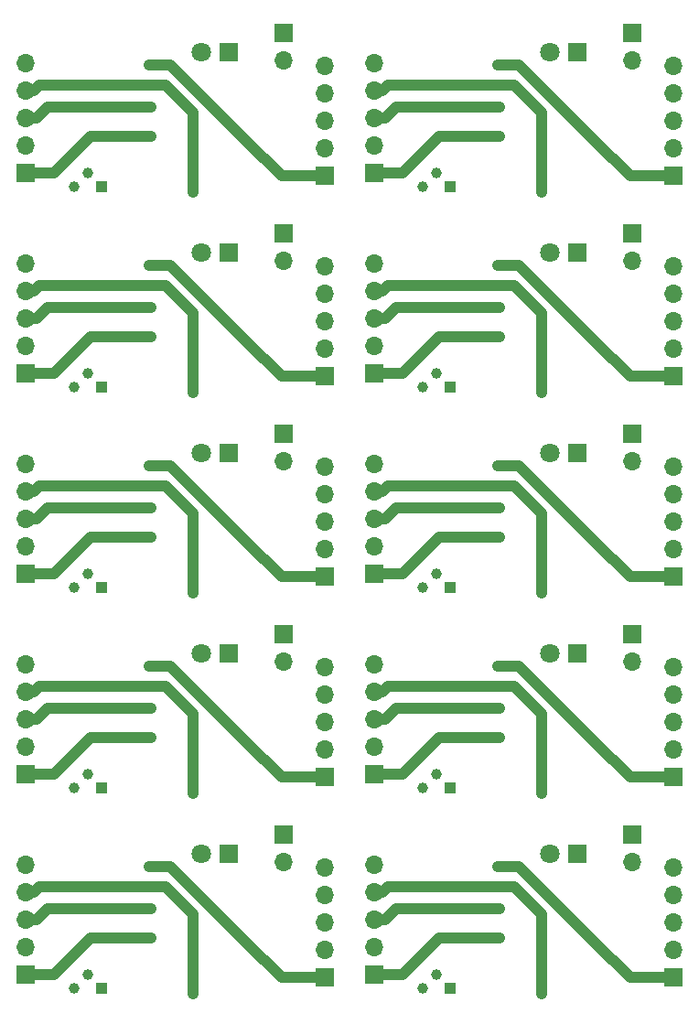
<source format=gbr>
G04 #@! TF.GenerationSoftware,KiCad,Pcbnew,5.1.6-c6e7f7d~86~ubuntu19.10.1*
G04 #@! TF.CreationDate,2021-03-24T15:38:50+01:00*
G04 #@! TF.ProjectId,Switch3V,53776974-6368-4335-962e-6b696361645f,rev?*
G04 #@! TF.SameCoordinates,Original*
G04 #@! TF.FileFunction,Copper,L2,Bot*
G04 #@! TF.FilePolarity,Positive*
%FSLAX46Y46*%
G04 Gerber Fmt 4.6, Leading zero omitted, Abs format (unit mm)*
G04 Created by KiCad (PCBNEW 5.1.6-c6e7f7d~86~ubuntu19.10.1) date 2021-03-24 15:38:50*
%MOMM*%
%LPD*%
G01*
G04 APERTURE LIST*
G04 #@! TA.AperFunction,ComponentPad*
%ADD10C,1.000000*%
G04 #@! TD*
G04 #@! TA.AperFunction,ComponentPad*
%ADD11R,1.000000X1.000000*%
G04 #@! TD*
G04 #@! TA.AperFunction,ComponentPad*
%ADD12R,1.800000X1.800000*%
G04 #@! TD*
G04 #@! TA.AperFunction,ComponentPad*
%ADD13C,1.800000*%
G04 #@! TD*
G04 #@! TA.AperFunction,ComponentPad*
%ADD14R,1.700000X1.700000*%
G04 #@! TD*
G04 #@! TA.AperFunction,ComponentPad*
%ADD15O,1.700000X1.700000*%
G04 #@! TD*
G04 #@! TA.AperFunction,ViaPad*
%ADD16C,0.800000*%
G04 #@! TD*
G04 #@! TA.AperFunction,Conductor*
%ADD17C,1.000000*%
G04 #@! TD*
G04 APERTURE END LIST*
D10*
X208153000Y-133096000D03*
X206883000Y-134366000D03*
D11*
X209423000Y-134366000D03*
D12*
X221234000Y-121920000D03*
D13*
X218694000Y-121920000D03*
D14*
X230124000Y-133350000D03*
D15*
X230124000Y-130810000D03*
X230124000Y-128270000D03*
X230124000Y-125730000D03*
X230124000Y-123190000D03*
X262382000Y-123190000D03*
X262382000Y-125730000D03*
X262382000Y-128270000D03*
X262382000Y-130810000D03*
D14*
X262382000Y-133350000D03*
D11*
X241681000Y-134366000D03*
D10*
X239141000Y-134366000D03*
X240411000Y-133096000D03*
D15*
X234696000Y-122936000D03*
X234696000Y-125476000D03*
X234696000Y-128016000D03*
X234696000Y-130556000D03*
D14*
X234696000Y-133096000D03*
X202438000Y-133096000D03*
D15*
X202438000Y-130556000D03*
X202438000Y-128016000D03*
X202438000Y-125476000D03*
X202438000Y-122936000D03*
D13*
X250952000Y-121920000D03*
D12*
X253492000Y-121920000D03*
D14*
X258572000Y-120142000D03*
D15*
X258572000Y-122682000D03*
X226314000Y-122682000D03*
D14*
X226314000Y-120142000D03*
D10*
X240411000Y-114554000D03*
X239141000Y-115824000D03*
D11*
X241681000Y-115824000D03*
D10*
X208153000Y-96012000D03*
X206883000Y-97282000D03*
D11*
X209423000Y-97282000D03*
D15*
X258572000Y-104140000D03*
D14*
X258572000Y-101600000D03*
D15*
X202438000Y-104394000D03*
X202438000Y-106934000D03*
X202438000Y-109474000D03*
X202438000Y-112014000D03*
D14*
X202438000Y-114554000D03*
D12*
X221234000Y-84836000D03*
D13*
X218694000Y-84836000D03*
D14*
X226314000Y-101600000D03*
D15*
X226314000Y-104140000D03*
D14*
X230124000Y-96266000D03*
D15*
X230124000Y-93726000D03*
X230124000Y-91186000D03*
X230124000Y-88646000D03*
X230124000Y-86106000D03*
X262382000Y-86106000D03*
X262382000Y-88646000D03*
X262382000Y-91186000D03*
X262382000Y-93726000D03*
D14*
X262382000Y-96266000D03*
D11*
X241681000Y-97282000D03*
D10*
X239141000Y-97282000D03*
X240411000Y-96012000D03*
D15*
X234696000Y-85852000D03*
X234696000Y-88392000D03*
X234696000Y-90932000D03*
X234696000Y-93472000D03*
D14*
X234696000Y-96012000D03*
X202438000Y-96012000D03*
D15*
X202438000Y-93472000D03*
X202438000Y-90932000D03*
X202438000Y-88392000D03*
X202438000Y-85852000D03*
D14*
X234696000Y-114554000D03*
D15*
X234696000Y-112014000D03*
X234696000Y-109474000D03*
X234696000Y-106934000D03*
X234696000Y-104394000D03*
D14*
X262382000Y-114808000D03*
D15*
X262382000Y-112268000D03*
X262382000Y-109728000D03*
X262382000Y-107188000D03*
X262382000Y-104648000D03*
D13*
X250952000Y-84836000D03*
D12*
X253492000Y-84836000D03*
D11*
X209423000Y-115824000D03*
D10*
X206883000Y-115824000D03*
X208153000Y-114554000D03*
D12*
X253492000Y-103378000D03*
D13*
X250952000Y-103378000D03*
X218694000Y-103378000D03*
D12*
X221234000Y-103378000D03*
D15*
X230124000Y-104648000D03*
X230124000Y-107188000D03*
X230124000Y-109728000D03*
X230124000Y-112268000D03*
D14*
X230124000Y-114808000D03*
X258572000Y-83058000D03*
D15*
X258572000Y-85598000D03*
X226314000Y-85598000D03*
D14*
X226314000Y-83058000D03*
D10*
X208153000Y-77470000D03*
X206883000Y-78740000D03*
D11*
X209423000Y-78740000D03*
D12*
X221234000Y-66294000D03*
D13*
X218694000Y-66294000D03*
D14*
X230124000Y-77724000D03*
D15*
X230124000Y-75184000D03*
X230124000Y-72644000D03*
X230124000Y-70104000D03*
X230124000Y-67564000D03*
X262382000Y-67564000D03*
X262382000Y-70104000D03*
X262382000Y-72644000D03*
X262382000Y-75184000D03*
D14*
X262382000Y-77724000D03*
D11*
X241681000Y-78740000D03*
D10*
X239141000Y-78740000D03*
X240411000Y-77470000D03*
D15*
X234696000Y-67310000D03*
X234696000Y-69850000D03*
X234696000Y-72390000D03*
X234696000Y-74930000D03*
D14*
X234696000Y-77470000D03*
X202438000Y-77470000D03*
D15*
X202438000Y-74930000D03*
X202438000Y-72390000D03*
X202438000Y-69850000D03*
X202438000Y-67310000D03*
D13*
X250952000Y-66294000D03*
D12*
X253492000Y-66294000D03*
D14*
X258572000Y-64516000D03*
D15*
X258572000Y-67056000D03*
X226314000Y-67056000D03*
D14*
X226314000Y-64516000D03*
D15*
X230124000Y-49022000D03*
X230124000Y-51562000D03*
X230124000Y-54102000D03*
X230124000Y-56642000D03*
D14*
X230124000Y-59182000D03*
D11*
X209423000Y-60198000D03*
D10*
X206883000Y-60198000D03*
X208153000Y-58928000D03*
D15*
X202438000Y-48768000D03*
X202438000Y-51308000D03*
X202438000Y-53848000D03*
X202438000Y-56388000D03*
D14*
X202438000Y-58928000D03*
D13*
X218694000Y-47752000D03*
D12*
X221234000Y-47752000D03*
D14*
X226314000Y-45974000D03*
D15*
X226314000Y-48514000D03*
X258572000Y-48514000D03*
D14*
X258572000Y-45974000D03*
D12*
X253492000Y-47752000D03*
D13*
X250952000Y-47752000D03*
D14*
X234696000Y-58928000D03*
D15*
X234696000Y-56388000D03*
X234696000Y-53848000D03*
X234696000Y-51308000D03*
X234696000Y-48768000D03*
D10*
X240411000Y-58928000D03*
X239141000Y-60198000D03*
D11*
X241681000Y-60198000D03*
D14*
X262382000Y-59182000D03*
D15*
X262382000Y-56642000D03*
X262382000Y-54102000D03*
X262382000Y-51562000D03*
X262382000Y-49022000D03*
D16*
X246253000Y-55499000D03*
X213995000Y-55499000D03*
X246253000Y-74041000D03*
X213995000Y-74041000D03*
X246253000Y-92583000D03*
X213995000Y-111125000D03*
X213995000Y-92583000D03*
X246253000Y-111125000D03*
X246253000Y-129667000D03*
X213995000Y-129667000D03*
X246126000Y-48895000D03*
X213868000Y-48895000D03*
X246126000Y-67437000D03*
X213868000Y-67437000D03*
X246126000Y-104521000D03*
X213868000Y-104521000D03*
X246126000Y-85979000D03*
X213868000Y-85979000D03*
X246126000Y-123063000D03*
X213868000Y-123063000D03*
X246253000Y-52832000D03*
X213995000Y-52832000D03*
X213995000Y-71374000D03*
X246253000Y-71374000D03*
X213995000Y-89916000D03*
X246253000Y-108458000D03*
X213995000Y-108458000D03*
X246253000Y-89916000D03*
X213995000Y-127000000D03*
X246253000Y-127000000D03*
X250190000Y-60706000D03*
X217932000Y-60706000D03*
X250190000Y-79248000D03*
X217932000Y-79248000D03*
X217932000Y-116332000D03*
X250190000Y-97790000D03*
X250190000Y-116332000D03*
X217932000Y-97790000D03*
X250190000Y-134874000D03*
X217932000Y-134874000D03*
D17*
X236728000Y-58928000D02*
X234696000Y-58928000D01*
X237293685Y-58928000D02*
X236728000Y-58928000D01*
X240722685Y-55499000D02*
X237293685Y-58928000D01*
X246253000Y-55499000D02*
X240722685Y-55499000D01*
X213995000Y-55499000D02*
X208464685Y-55499000D01*
X208464685Y-55499000D02*
X205035685Y-58928000D01*
X205035685Y-58928000D02*
X204470000Y-58928000D01*
X204470000Y-58928000D02*
X202438000Y-58928000D01*
X205035685Y-77470000D02*
X204470000Y-77470000D01*
X204470000Y-77470000D02*
X202438000Y-77470000D01*
X213995000Y-74041000D02*
X208464685Y-74041000D01*
X208464685Y-74041000D02*
X205035685Y-77470000D01*
X246253000Y-74041000D02*
X240722685Y-74041000D01*
X240722685Y-74041000D02*
X237293685Y-77470000D01*
X237293685Y-77470000D02*
X236728000Y-77470000D01*
X236728000Y-77470000D02*
X234696000Y-77470000D01*
X237293685Y-114554000D02*
X236728000Y-114554000D01*
X213995000Y-111125000D02*
X208464685Y-111125000D01*
X246253000Y-111125000D02*
X240722685Y-111125000D01*
X204470000Y-114554000D02*
X202438000Y-114554000D01*
X205035685Y-96012000D02*
X204470000Y-96012000D01*
X204470000Y-96012000D02*
X202438000Y-96012000D01*
X213995000Y-92583000D02*
X208464685Y-92583000D01*
X208464685Y-92583000D02*
X205035685Y-96012000D01*
X236728000Y-114554000D02*
X234696000Y-114554000D01*
X208464685Y-111125000D02*
X205035685Y-114554000D01*
X205035685Y-114554000D02*
X204470000Y-114554000D01*
X246253000Y-92583000D02*
X240722685Y-92583000D01*
X240722685Y-92583000D02*
X237293685Y-96012000D01*
X240722685Y-111125000D02*
X237293685Y-114554000D01*
X237293685Y-96012000D02*
X236728000Y-96012000D01*
X236728000Y-96012000D02*
X234696000Y-96012000D01*
X205035685Y-133096000D02*
X204470000Y-133096000D01*
X204470000Y-133096000D02*
X202438000Y-133096000D01*
X213995000Y-129667000D02*
X208464685Y-129667000D01*
X208464685Y-129667000D02*
X205035685Y-133096000D01*
X246253000Y-129667000D02*
X240722685Y-129667000D01*
X240722685Y-129667000D02*
X237293685Y-133096000D01*
X237293685Y-133096000D02*
X236728000Y-133096000D01*
X236728000Y-133096000D02*
X234696000Y-133096000D01*
X248031000Y-48895000D02*
X246126000Y-48895000D01*
X250190000Y-51054000D02*
X248031000Y-48895000D01*
X256667000Y-57531000D02*
X250190000Y-51054000D01*
X256736315Y-57531000D02*
X256667000Y-57531000D01*
X258387315Y-59182000D02*
X256736315Y-57531000D01*
X261366000Y-59182000D02*
X258387315Y-59182000D01*
X215773000Y-48895000D02*
X213868000Y-48895000D01*
X217932000Y-51054000D02*
X215773000Y-48895000D01*
X224478315Y-57531000D02*
X224409000Y-57531000D01*
X229108000Y-59182000D02*
X226129315Y-59182000D01*
X226129315Y-59182000D02*
X224478315Y-57531000D01*
X224409000Y-57531000D02*
X217932000Y-51054000D01*
X248031000Y-67437000D02*
X246126000Y-67437000D01*
X250190000Y-69596000D02*
X248031000Y-67437000D01*
X256736315Y-76073000D02*
X256667000Y-76073000D01*
X261366000Y-77724000D02*
X258387315Y-77724000D01*
X226129315Y-77724000D02*
X224478315Y-76073000D01*
X224409000Y-76073000D02*
X217932000Y-69596000D01*
X229108000Y-77724000D02*
X226129315Y-77724000D01*
X258387315Y-77724000D02*
X256736315Y-76073000D01*
X224478315Y-76073000D02*
X224409000Y-76073000D01*
X215773000Y-67437000D02*
X213868000Y-67437000D01*
X217932000Y-69596000D02*
X215773000Y-67437000D01*
X256667000Y-76073000D02*
X250190000Y-69596000D01*
X229108000Y-114808000D02*
X226129315Y-114808000D01*
X248031000Y-85979000D02*
X246126000Y-85979000D01*
X250190000Y-88138000D02*
X248031000Y-85979000D01*
X256736315Y-113157000D02*
X256667000Y-113157000D01*
X256736315Y-94615000D02*
X256667000Y-94615000D01*
X261366000Y-96266000D02*
X258387315Y-96266000D01*
X248031000Y-104521000D02*
X246126000Y-104521000D01*
X250190000Y-106680000D02*
X248031000Y-104521000D01*
X224409000Y-113157000D02*
X217932000Y-106680000D01*
X226129315Y-96266000D02*
X224478315Y-94615000D01*
X224409000Y-94615000D02*
X217932000Y-88138000D01*
X217932000Y-106680000D02*
X215773000Y-104521000D01*
X229108000Y-96266000D02*
X226129315Y-96266000D01*
X258387315Y-96266000D02*
X256736315Y-94615000D01*
X215773000Y-104521000D02*
X213868000Y-104521000D01*
X226129315Y-114808000D02*
X224478315Y-113157000D01*
X258387315Y-114808000D02*
X256736315Y-113157000D01*
X224478315Y-94615000D02*
X224409000Y-94615000D01*
X215773000Y-85979000D02*
X213868000Y-85979000D01*
X217932000Y-88138000D02*
X215773000Y-85979000D01*
X256667000Y-113157000D02*
X250190000Y-106680000D01*
X256667000Y-94615000D02*
X250190000Y-88138000D01*
X261366000Y-114808000D02*
X258387315Y-114808000D01*
X224478315Y-113157000D02*
X224409000Y-113157000D01*
X248031000Y-123063000D02*
X246126000Y-123063000D01*
X250190000Y-125222000D02*
X248031000Y-123063000D01*
X256736315Y-131699000D02*
X256667000Y-131699000D01*
X261366000Y-133350000D02*
X258387315Y-133350000D01*
X226129315Y-133350000D02*
X224478315Y-131699000D01*
X224409000Y-131699000D02*
X217932000Y-125222000D01*
X229108000Y-133350000D02*
X226129315Y-133350000D01*
X258387315Y-133350000D02*
X256736315Y-131699000D01*
X224478315Y-131699000D02*
X224409000Y-131699000D01*
X215773000Y-123063000D02*
X213868000Y-123063000D01*
X217932000Y-125222000D02*
X215773000Y-123063000D01*
X256667000Y-131699000D02*
X250190000Y-125222000D01*
X236728000Y-52832000D02*
X246253000Y-52832000D01*
X236728000Y-52832000D02*
X235712000Y-53848000D01*
X235712000Y-53848000D02*
X234696000Y-53848000D01*
X204470000Y-52832000D02*
X203454000Y-53848000D01*
X204470000Y-52832000D02*
X213995000Y-52832000D01*
X203454000Y-53848000D02*
X202438000Y-53848000D01*
X236728000Y-71374000D02*
X235712000Y-72390000D01*
X236728000Y-71374000D02*
X246253000Y-71374000D01*
X204470000Y-71374000D02*
X213995000Y-71374000D01*
X204470000Y-71374000D02*
X203454000Y-72390000D01*
X203454000Y-72390000D02*
X202438000Y-72390000D01*
X235712000Y-72390000D02*
X234696000Y-72390000D01*
X236728000Y-89916000D02*
X235712000Y-90932000D01*
X236728000Y-89916000D02*
X246253000Y-89916000D01*
X236728000Y-108458000D02*
X235712000Y-109474000D01*
X204470000Y-89916000D02*
X213995000Y-89916000D01*
X204470000Y-89916000D02*
X203454000Y-90932000D01*
X203454000Y-109474000D02*
X202438000Y-109474000D01*
X203454000Y-90932000D02*
X202438000Y-90932000D01*
X236728000Y-108458000D02*
X246253000Y-108458000D01*
X235712000Y-109474000D02*
X234696000Y-109474000D01*
X204470000Y-108458000D02*
X213995000Y-108458000D01*
X204470000Y-108458000D02*
X203454000Y-109474000D01*
X235712000Y-90932000D02*
X234696000Y-90932000D01*
X236728000Y-127000000D02*
X235712000Y-128016000D01*
X236728000Y-127000000D02*
X246253000Y-127000000D01*
X204470000Y-127000000D02*
X213995000Y-127000000D01*
X204470000Y-127000000D02*
X203454000Y-128016000D01*
X203454000Y-128016000D02*
X202438000Y-128016000D01*
X235712000Y-128016000D02*
X234696000Y-128016000D01*
X235966000Y-50800000D02*
X235458000Y-51308000D01*
X247650000Y-50800000D02*
X235966000Y-50800000D01*
X235458000Y-51308000D02*
X234696000Y-51308000D01*
X250190000Y-53340000D02*
X247650000Y-50800000D01*
X250190000Y-60706000D02*
X250190000Y-53340000D01*
X217932000Y-53340000D02*
X215392000Y-50800000D01*
X203708000Y-50800000D02*
X203200000Y-51308000D01*
X217932000Y-60706000D02*
X217932000Y-53340000D01*
X215392000Y-50800000D02*
X203708000Y-50800000D01*
X203200000Y-51308000D02*
X202438000Y-51308000D01*
X203200000Y-69850000D02*
X202438000Y-69850000D01*
X250190000Y-71882000D02*
X247650000Y-69342000D01*
X217932000Y-71882000D02*
X215392000Y-69342000D01*
X203708000Y-69342000D02*
X203200000Y-69850000D01*
X235966000Y-69342000D02*
X235458000Y-69850000D01*
X250190000Y-79248000D02*
X250190000Y-71882000D01*
X247650000Y-69342000D02*
X235966000Y-69342000D01*
X235458000Y-69850000D02*
X234696000Y-69850000D01*
X217932000Y-79248000D02*
X217932000Y-71882000D01*
X215392000Y-69342000D02*
X203708000Y-69342000D01*
X203200000Y-88392000D02*
X202438000Y-88392000D01*
X235458000Y-106934000D02*
X234696000Y-106934000D01*
X250190000Y-90424000D02*
X247650000Y-87884000D01*
X250190000Y-108966000D02*
X247650000Y-106426000D01*
X217932000Y-90424000D02*
X215392000Y-87884000D01*
X203708000Y-87884000D02*
X203200000Y-88392000D01*
X235966000Y-87884000D02*
X235458000Y-88392000D01*
X250190000Y-97790000D02*
X250190000Y-90424000D01*
X247650000Y-87884000D02*
X235966000Y-87884000D01*
X250190000Y-116332000D02*
X250190000Y-108966000D01*
X235458000Y-88392000D02*
X234696000Y-88392000D01*
X203200000Y-106934000D02*
X202438000Y-106934000D01*
X235966000Y-106426000D02*
X235458000Y-106934000D01*
X217932000Y-97790000D02*
X217932000Y-90424000D01*
X215392000Y-106426000D02*
X203708000Y-106426000D01*
X203708000Y-106426000D02*
X203200000Y-106934000D01*
X247650000Y-106426000D02*
X235966000Y-106426000D01*
X215392000Y-87884000D02*
X203708000Y-87884000D01*
X217932000Y-116332000D02*
X217932000Y-108966000D01*
X217932000Y-108966000D02*
X215392000Y-106426000D01*
X203200000Y-125476000D02*
X202438000Y-125476000D01*
X250190000Y-127508000D02*
X247650000Y-124968000D01*
X217932000Y-127508000D02*
X215392000Y-124968000D01*
X203708000Y-124968000D02*
X203200000Y-125476000D01*
X235966000Y-124968000D02*
X235458000Y-125476000D01*
X250190000Y-134874000D02*
X250190000Y-127508000D01*
X247650000Y-124968000D02*
X235966000Y-124968000D01*
X235458000Y-125476000D02*
X234696000Y-125476000D01*
X217932000Y-134874000D02*
X217932000Y-127508000D01*
X215392000Y-124968000D02*
X203708000Y-124968000D01*
M02*

</source>
